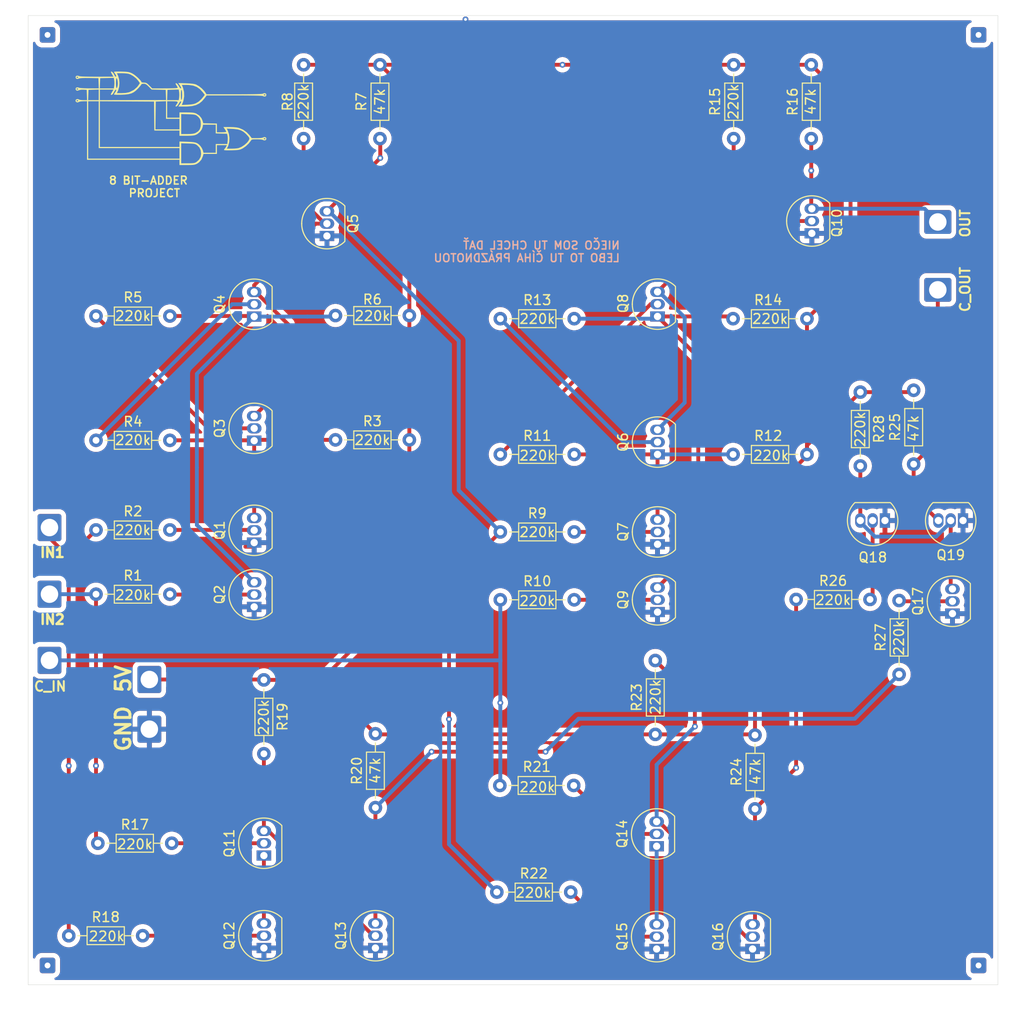
<source format=kicad_pcb>
(kicad_pcb (version 20240108) (generator "pcbnew") (generator_version "8.0")
  (layers (0 "F.Cu" signal "Front") (1 "In1.Cu" signal) (2 "In2.Cu" signal) (31 "B.Cu" signal "Back") (34 "B.Paste" user) (35 "F.Paste" user) (36 "B.SilkS" user "B.Silkscreen") (37 "F.SilkS" user "F.Silkscreen") (38 "B.Mask" user) (39 "F.Mask" user) (44 "Edge.Cuts" user))
  (net 0 "")
  (net 1 "GND")
  (net 2 "Net-(Q1-C)")
  (net 3 "Net-(Q1-B)")
  (net 4 "Net-(Q2-B)")
  (net 5 "Net-(Q2-C)")
  (net 6 "Net-(Q3-C)")
  (net 7 "Net-(Q3-B)")
  (net 8 "Net-(Q4-B)")
  (net 9 "Net-(Q5-C)")
  (net 10 "Net-(Q10-B)")
  (net 11 "Net-(Q6-E)")
  (net 12 "Net-(Q6-B)")
  (net 13 "Net-(Q7-B)")
  (net 14 "Net-(Q8-E)")
  (net 15 "Net-(Q8-B)")
  (net 16 "Net-(Q9-B)")
  (net 17 "Net-(J1-Pin_1)")
  (net 18 "Net-(Q11-E)")
  (net 19 "Net-(Q11-C)")
  (net 20 "Net-(Q11-B)")
  (net 21 "Net-(Q12-B)")
  (net 22 "Net-(Q13-C)")
  (net 23 "Net-(Q14-C)")
  (net 24 "Net-(Q14-B)")
  (net 25 "Net-(Q14-E)")
  (net 26 "Net-(Q15-B)")
  (net 27 "Net-(Q16-C)")
  (net 28 "Net-(Q17-C)")
  (net 29 "Net-(Q17-B)")
  (net 30 "Net-(Q18-B)")
  (net 31 "Net-(J2-Pin_1)")
  (net 32 "Net-(J4-Pin_1)")
  (net 33 "+5V")
  (net 34 "Net-(J6-Pin_1)")
  (net 35 "Net-(J7-Pin_1)")
  (footprint "Resistor_THT:R_Axial_DIN0204_L3.6mm_D1.6mm_P7.62mm_Horizontal" (layer "F.Cu") (at 132.19 118.242)
    (property "Reference" "R26")
    (property "Value" "220k")
  )
  (footprint "Resistor_THT:R_Axial_DIN0204_L3.6mm_D1.6mm_P7.62mm_Horizontal" (layer "F.Cu") (at 101.69 89.2778)
    (property "Reference" "R13")
    (property "Value" "220k")
  )
  (footprint "Connector_Hirose:Hirose_DF63M-1P-3.96DSA_1x01_P3.96mm_Vertical" (layer "F.Cu") (at 65.5 131.625)
    (property "Reference" "J5" (hide yes))
    (property "Value" "Conn_01x01_Pin" (hide yes))
  )
  (footprint "Resistor_THT:R_Axial_DIN0204_L3.6mm_D1.6mm_P7.62mm_Horizontal" (layer "F.Cu") (at 144.31 104.282 90)
    (property "Reference" "R25")
    (property "Value" "47k")
  )
  (footprint "Package_TO_SOT_THT:TO-92_Inline" (layer "F.Cu") (at 77.31 154.202 90)
    (property "Reference" "Q12")
    (property "Value" "2N3904")
  )
  (footprint "Resistor_THT:R_Axial_DIN0204_L3.6mm_D1.6mm_P7.62mm_Horizontal" (layer "F.Cu") (at 125.69 103.2778)
    (property "Reference" "R12")
    (property "Value" "220k")
  )
  (footprint "Resistor_THT:R_Axial_DIN0204_L3.6mm_D1.6mm_P7.62mm_Horizontal" (layer "F.Cu") (at 60 111.0726)
    (property "Reference" "R2")
    (property "Value" "220k")
  )
  (footprint "Package_TO_SOT_THT:TO-92_Inline" (layer "F.Cu") (at 117.81 154.3 90)
    (property "Reference" "Q15")
    (property "Value" "2N3904")
  )
  (footprint "Package_TO_SOT_THT:TO-92_Inline" (layer "F.Cu") (at 117.9 103.2778 90)
    (property "Reference" "Q6")
    (property "Value" "2N3904")
  )
  (footprint "Package_TO_SOT_THT:TO-92_Inline" (layer "F.Cu") (at 77.31 144.662 90)
    (property "Reference" "Q11")
    (property "Value" "2N3904")
  )
  (footprint "Resistor_THT:R_Axial_DIN0204_L3.6mm_D1.6mm_P7.62mm_Horizontal" (layer "F.Cu") (at 142.81 125.972 90)
    (property "Reference" "R27")
    (property "Value" "220k")
  )
  (footprint "Resistor_THT:R_Axial_DIN0204_L3.6mm_D1.6mm_P7.62mm_Horizontal" (layer "F.Cu") (at 60.19 143.392)
    (property "Reference" "R17")
    (property "Value" "220k")
  )
  (footprint "Package_TO_SOT_THT:TO-92_Inline" (layer "F.Cu") (at 117.9 119.5478 90)
    (property "Reference" "Q9")
    (property "Value" "2N3904")
  )
  (footprint "Resistor_THT:R_Axial_DIN0204_L3.6mm_D1.6mm_P7.62mm_Horizontal" (layer "F.Cu") (at 133.75 70.702 90)
    (property "Reference" "R16")
    (property "Value" "47k")
  )
  (footprint "Resistor_THT:R_Axial_DIN0204_L3.6mm_D1.6mm_P7.62mm_Horizontal" (layer "F.Cu") (at 101.69 111.2778)
    (property "Reference" "R9")
    (property "Value" "220k")
  )
  (footprint "Connector_Hirose:Hirose_DF63M-1P-3.96DSA_1x01_P3.96mm_Vertical" (layer "F.Cu") (at 146.8 79.3 90)
    (property "Reference" "J4" (hide yes))
    (property "Value" "Conn_01x01_Pin" (hide yes))
  )
  (footprint "Package_TO_SOT_THT:TO-92_Inline" (layer "F.Cu") (at 141.35 110.1 180)
    (property "Reference" "Q18")
    (property "Value" "2N3904")
  )
  (footprint "Resistor_THT:R_Axial_DIN0204_L3.6mm_D1.6mm_P7.62mm_Horizontal" (layer "F.Cu") (at 101.33 148.432)
    (property "Reference" "R22")
    (property "Value" "220k")
  )
  (footprint "Resistor_THT:R_Axial_DIN0204_L3.6mm_D1.6mm_P7.62mm_Horizontal" (layer "F.Cu") (at 88.81 139.72 90)
    (property "Reference" "R20")
    (property "Value" "47k")
  )
  (footprint "Resistor_THT:R_Axial_DIN0204_L3.6mm_D1.6mm_P7.62mm_Horizontal" (layer "F.Cu") (at 89.281 70.702 90)
    (property "Reference" "R7")
    (property "Value" "47k")
  )
  (footprint "Resistor_THT:R_Axial_DIN0204_L3.6mm_D1.6mm_P7.62mm_Horizontal" (layer "F.Cu") (at 117.67 132.162 90)
    (property "Reference" "R23")
    (property "Value" "220k")
  )
  (footprint "Connector_Wire:SolderWire-0.1sqmm_1x01_D0.4mm_OD1mm" (layer "F.Cu") (at 55 60)
    (property "Reference" "REF**" (hide yes))
    (property "Value" "SolderWire-0.1sqmm_1x01_D0.4mm_OD1mm" (hide yes))
  )
  (footprint "Resistor_THT:R_Axial_DIN0204_L3.6mm_D1.6mm_P7.62mm_Horizontal" (layer "F.Cu") (at 60 101.827)
    (property "Reference" "R4")
    (property "Value" "220k")
  )
  (footprint "Package_TO_SOT_THT:TO-92_Inline" (layer "F.Cu") (at 117.81 143.702 90)
    (property "Reference" "Q14")
    (property "Value" "2N3904")
  )
  (footprint "Package_TO_SOT_THT:TO-92_Inline" (layer "F.Cu") (at 76.31 101.8622 90)
    (property "Reference" "Q3")
    (property "Value" "2N3904")
  )
  (footprint "Connector_Hirose:Hirose_DF63M-1P-3.96DSA_1x01_P3.96mm_Vertical" (layer "F.Cu") (at 55.2 117.7)
    (property "Reference" "J2" (hide yes))
    (property "Value" "Conn_01x01_Pin" (hide yes))
  )
  (footprint "Resistor_THT:R_Axial_DIN0204_L3.6mm_D1.6mm_P7.62mm_Horizontal" (layer "F.Cu") (at 127.95 139.852 90)
    (property "Reference" "R24")
    (property "Value" "47k")
  )
  (footprint "Resistor_THT:R_Axial_DIN0204_L3.6mm_D1.6mm_P7.62mm_Horizontal" (layer "F.Cu") (at 138.81 96.852 -90)
    (property "Reference" "R28")
    (property "Value" "220k")
  )
  (footprint "Package_TO_SOT_THT:TO-92_Inline" (layer "F.Cu") (at 117.9 89.0478 90)
    (property "Reference" "Q8")
    (property "Value" "2N3904")
  )
  (footprint "Package_TO_SOT_THT:TO-92_Inline" (layer "F.Cu") (at 76.31 119.0072 90)
    (property "Reference" "Q2")
    (property "Value" "2N3904")
  )
  (footprint "Package_TO_SOT_THT:TO-92_Inline" (layer "F.Cu") (at 149.4 110.1 180)
    (property "Reference" "Q19")
    (property "Value" "2N3904")
  )
  (footprint "Connector_Hirose:Hirose_DF63M-1P-3.96DSA_1x01_P3.96mm_Vertical" (layer "F.Cu") (at 55.2 124.525)
    (property "Reference" "J6" (hide yes))
    (property "Value" "Conn_01x01_Pin" (hide yes))
  )
  (footprint "Resistor_THT:R_Axial_DIN0204_L3.6mm_D1.6mm_P7.62mm_Horizontal" (layer "F.Cu") (at 84.69 101.7778)
    (property "Reference" "R3")
    (property "Value" "220k")
  )
  (footprint "Resistor_THT:R_Axial_DIN0204_L3.6mm_D1.6mm_P7.62mm_Horizontal" (layer "F.Cu") (at 60 89)
    (property "Reference" "R5")
    (property "Value" "220k")
  )
  (footprint "Resistor_THT:R_Axial_DIN0204_L3.6mm_D1.6mm_P7.62mm_Horizontal" (layer "F.Cu") (at 101.69 103.2778)
    (property "Reference" "R11")
    (property "Value" "220k")
  )
  (footprint "Connector_Wire:SolderWire-0.1sqmm_1x01_D0.4mm_OD1mm" (layer "F.Cu") (at 151 60)
    (property "Reference" "REF**" (hide yes))
    (property "Value" "SolderWire-0.1sqmm_1x01_D0.4mm_OD1mm" (hide yes))
  )
  (footprint "Package_TO_SOT_THT:TO-92_Inline" (layer "F.Cu") (at 127.7 154.3 90)
    (property "Reference" "Q16")
    (property "Value" "2N3904")
  )
  (footprint "Resistor_THT:R_Axial_DIN0204_L3.6mm_D1.6mm_P7.62mm_Horizontal" (layer "F.Cu") (at 101.69 118.2778)
    (property "Reference" "R10")
    (property "Value" "220k")
  )
  (footprint "LOGO" (layer "F.Cu") (at 67.7 68.6)
    (property "Reference" "G***" (hide yes))
    (property "Value" "LOGO" (hide yes))
  )
  (footprint "Package_TO_SOT_THT:TO-92_Inline" (layer "F.Cu") (at 76.31 112.3778 90)
    (property "Reference" "Q1")
    (property "Value" "2N3904")
  )
  (footprint "Package_TO_SOT_THT:TO-92_Inline" (layer "F.Cu") (at 83.81 80.742 90)
    (property "Reference" "Q5")
    (property "Value" "2N3904")
  )
  (footprint "Connector_Hirose:Hirose_DF63M-1P-3.96DSA_1x01_P3.96mm_Vertical" (layer "F.Cu") (at 146.8 86.3 90)
    (property "Reference" "J7" (hide yes))
    (property "Value" "Conn_01x01_Pin" (hide yes))
  )
  (footprint "Connector_Hirose:Hirose_DF63M-1P-3.96DSA_1x01_P3.96mm_Vertical" (layer "F.Cu") (at 55.2 110.825)
    (property "Reference" "J1" (hide yes))
    (property "Value" "Conn_01x01_Pin" (hide yes))
  )
  (footprint "Connector_Wire:SolderWire-0.1sqmm_1x01_D0.4mm_OD1mm" (layer "F.Cu") (at 55 156)
    (property "Reference" "REF**" (hide yes))
    (property "Value" "SolderWire-0.1sqmm_1x01_D0.4mm_OD1mm" (hide yes))
  )
  (footprint "Package_TO_SOT_THT:TO-92_Inline" (layer "F.Cu") (at 133.81 80.472 90)
    (property "Reference" "Q10")
    (property "Value" "2N3904")
  )
  (footprint "Resistor_THT:R_Axial_DIN0204_L3.6mm_D1.6mm_P7.62mm_Horizontal" (layer "F.Cu") (at 81.4054 70.702 90)
    (property "Reference" "R8")
    (property "Value" "220k")
  )
  (footprint "Connector_Hirose:Hirose_DF63M-1P-3.96DSA_1x01_P3.96mm_Vertical" (layer "F.Cu") (at 65.5 126.5)
    (property "Reference" "J3" (hide yes))
    (property "Value" "Conn_01x01_Pin")
  )
  (footprint "Package_TO_SOT_THT:TO-92_Inline" (layer "F.Cu") (at 148.31 119.702 90)
    (property "Reference" "Q17")
    (property "Value" "2N3904")
  )
  (footprint "Connector_Wire:SolderWire-0.1sqmm_1x01_D0.4mm_OD1mm" (layer "F.Cu") (at 151 156)
    (property "Reference" "REF**" (hide yes))
    (property "Value" "SolderWire-0.1sqmm_1x01_D0.4mm_OD1mm" (hide yes))
  )
  (footprint "Resistor_THT:R_Axial_DIN0204_L3.6mm_D1.6mm_P7.62mm_Horizontal" (layer "F.Cu") (at 77.31 126.542 -90)
    (property "Reference" "R19")
    (property "Value" "220k")
  )
  (footprint "Resistor_THT:R_Axial_DIN0204_L3.6mm_D1.6mm_P7.62mm_Horizontal" (layer "F.Cu") (at 125.75 70.702 90)
    (property "Reference" "R15")
    (property "Value" "220k")
  )
  (footprint "Resistor_THT:R_Axial_DIN0204_L3.6mm_D1.6mm_P7.62mm_Horizontal" (layer "F.Cu") (at 101.64 137.432)
    (property "Reference" "R21")
    (property "Value" "220k")
  )
  (footprint "Resistor_THT:R_Axial_DIN0204_L3.6mm_D1.6mm_P7.62mm_Horizontal" (layer "F.Cu") (at 125.69 89.2778)
    (property "Reference" "R14")
    (property "Value" "220k")
  )
  (footprint "Resistor_THT:R_Axial_DIN0204_L3.6mm_D1.6mm_P7.62mm_Horizontal" (layer "F.Cu") (at 57.19 152.932)
    (property "Reference" "R18")
    (property "Value" "220k")
  )
  (footprint "Package_TO_SOT_THT:TO-92_Inline" (layer "F.Cu") (at 76.31 89.0606 90)
    (property "Reference" "Q4")
    (property "Value" "2N3904")
  )
  (footprint "Resistor_THT:R_Axial_DIN0204_L3.6mm_D1.6mm_P7.62mm_Horizontal" (layer "F.Cu") (at 60 117.702)
    (property "Reference" "R1")
    (property "Value" "220k")
  )
  (footprint "Package_TO_SOT_THT:TO-92_Inline" (layer "F.Cu") (at 117.9 112.5478 90)
    (property "Reference" "Q7")
    (property "Value" "2N3904")
  )
  (footprint "Package_TO_SOT_THT:TO-92_Inline" (layer "F.Cu") (at 88.81 154.202 90)
    (property "Reference" "Q13")
    (property "Value" "2N3904")
  )
  (footprint "Resistor_THT:R_Axial_DIN0204_L3.6mm_D1.6mm_P7.62mm_Horizontal" (layer "F.Cu") (at 84.69 88.9508)
    (property "Reference" "R6")
    (property "Value" "220k")
  )
  (gr_rect (start 53 58) (end 153 158) (stroke (width 0.0381)) (fill none) (layer "Edge.Cuts"))
  (gr_text "8-BIT ADDER BY RENO" (at 149.8854 154.5082 90) (layer "F.Cu") (effects (font (size 1.524 1.524) (thickness 0.3048) (bold yes)) (justify left bottom)))
  (gr_text "NIEČO SOM TU CHCEL DAŤ\nLEBO TO TU ČÍHA PRÁZDNOTOU" (at 114.1 83.5 0) (layer "B.SilkS") (effects (font (size 0.8128 0.8128) (thickness 0.1524) (bold yes)) (justify left bottom mirror)))
  (gr_text "IN1" (at 54.1 114 0) (layer "F.SilkS") (effects (font (size 1 1) (thickness 0.25) (bold yes)) (justify left bottom)))
  (gr_text "8 BIT-ADDER\n  PROJECT" (at 65.4 76.8 0) (layer "F.SilkS") (effects (font (size 0.8128 0.8128) (thickness 0.1524) (bold yes)) (justify bottom)))
  (gr_text "OUT" (at 150.2 81 90) (layer "F.SilkS") (effects (font (size 1 1) (thickness 0.2) (bold yes)) (justify left bottom)))
  (gr_text "IN2" (at 54.1 120.9 0) (layer "F.SilkS") (effects (font (size 1 1) (thickness 0.25) (bold yes)) (justify left bottom)))
  (gr_text "5V" (at 63.7 128 90) (layer "F.SilkS") (effects (font (size 1.524 1.524) (thickness 0.3048) (bold yes)) (justify left bottom)))
  (gr_text "C_OUT" (at 150.2 88.7 90) (layer "F.SilkS") (effects (font (size 1 1) (thickness 0.2) (bold yes)) (justify left bottom)))
  (gr_text "C_IN\n" (at 53.5 127.8 0) (layer "F.SilkS") (effects (font (size 1 1) (thickness 0.2) (bold yes)) (justify left bottom)))
  (gr_text "GND" (at 63.7 134.1 90) (layer "F.SilkS") (effects (font (size 1.524 1.524) (thickness 0.3048) (bold yes)) (justify left bottom)))
  (segment (start 83.81 80.742) (end 83.663 80.889) (width 0.4) (layer "F.Cu") (net 1))
  (segment (start 76.04771 112.8) (end 75.4 112.8) (width 0.4) (layer "F.Cu") (net 1))
  (segment (start 117.712 154.202) (end 117.81 154.3) (width 0.4) (layer "F.Cu") (net 1))
  (segment (start 148.46991 119.702) (end 148.31 119.702) (width 0.4) (layer "F.Cu") (net 1))
  (segment (start 76.31 119.0072) (end 76.535 119.0072) (width 0.4) (layer "F.Cu") (net 1))
  (via (at 98.1 58.4) (size 0.6) (drill 0.3) (layers "F.Cu" "B.Cu") (net 1))
  (segment (start 148.46991 119.702) (end 148.31 119.702) (width 0.4) (layer "B.Cu") (net 1))
  (segment (start 141.35 110.25991) (end 141.35 110.1) (width 0.4) (layer "B.Cu") (net 1))
  (segment (start 117.9 112.5478) (end 117.9022 112.55) (width 0.4) (layer "B.Cu") (net 1))
  (segment (start 149.4 110.25991) (end 149.4 110.1) (width 0.4) (layer "B.Cu") (net 1))
  (segment (start 84.69 101.7778) (end 80 101.7778) (width 0.4) (layer "F.Cu") (net 2))
  (segment (start 76.3944 101.7778) (end 76.31 101.8622) (width 0.4) (layer "F.Cu") (net 2))
  (segment (start 72 101.827) (end 76.2748 101.827) (width 0.4) (layer "F.Cu") (net 2))
  (segment (start 80 101.7778) (end 76.3944 101.7778) (width 0.4) (layer "F.Cu") (net 2))
  (segment (start 76.31 101.8622) (end 76.31 109.8378) (width 0.4) (layer "F.Cu") (net 2))
  (segment (start 76.2748 101.827) (end 76.31 101.8622) (width 0.4) (layer "F.Cu") (net 2))
  (segment (start 67.62 101.827) (end 72 101.827) (width 0.4) (layer "F.Cu") (net 2))
  (segment (start 76.2748 111.0726) (end 76.31 111.1078) (width 0.4) (layer "F.Cu") (net 3))
  (segment (start 67.62 111.0726) (end 73.152 111.0726) (width 0.4) (layer "F.Cu") (net 3))
  (segment (start 73.152 111.0726) (end 76.2748 111.0726) (width 0.4) (layer "F.Cu") (net 3))
  (segment (start 76.31 117.7372) (end 71.628 117.7372) (width 0.4) (layer "F.Cu") (net 4))
  (segment (start 67.6552 117.7372) (end 67.62 117.702) (width 0.4) (layer "F.Cu") (net 4))
  (segment (start 71.628 117.7372) (end 67.6552 117.7372) (width 0.4) (layer "F.Cu") (net 4))
  (segment (start 70.612 89) (end 76.2494 89) (width 0.4) (layer "F.Cu") (net 5))
  (segment (start 76.2494 89) (end 76.31 89.0606) (width 0.4) (layer "F.Cu") (net 5))
  (segment (start 67.62 89) (end 70.612 89) (width 0.4) (layer "F.Cu") (net 5))
  (segment (start 70.4 94.9706) (end 70.4 104.648) (width 0.4) (layer "B.Cu") (net 5))
  (segment (start 84.5802 89.0606) (end 84.69 88.9508) (width 0.4) (layer "B.Cu") (net 5))
  (segment (start 76.31 89.0606) (end 81.788 89.0606) (width 0.4) (layer "B.Cu") (net 5))
  (segment (start 76.31 89.0606) (end 73.5413 91.8293) (width 0.4) (layer "B.Cu") (net 5))
  (segment (start 70.4 104.648) (end 70.4 110.5572) (width 0.4) (layer "B.Cu") (net 5))
  (segment (start 81.788 89.0606) (end 84.5802 89.0606) (width 0.4) (layer "B.Cu") (net 5))
  (segment (start 73.5413 91.8293) (end 70.4 94.9706) (width 0.4) (layer "B.Cu") (net 5))
  (segment (start 70.4 110.5572) (end 76.31 116.4672) (width 0.4) (layer "B.Cu") (net 5))
  (segment (start 83.585 79.472) (end 83.81 79.472) (width 0.4) (layer "F.Cu") (net 6))
  (segment (start 79.8 95.8322) (end 76.31 99.3222) (width 0.4) (layer "F.Cu") (net 6))
  (segment (start 76.46991 86.5206) (end 79.8 89.85069) (width 0.4) (layer "F.Cu") (net 6))
  (segment (start 79.8 93.472) (end 79.8 95.8322) (width 0.4) (layer "F.Cu") (net 6))
  (segment (start 80.05 82.082) (end 76.31 85.822) (width 0.4) (layer "F.Cu") (net 6))
  (segment (start 76.31 86.5206) (end 76.46991 86.5206) (width 0.4) (layer "F.Cu") (net 6))
  (segment (start 79.8 89.85069) (end 79.8 93.472) (width 0.4) (layer "F.Cu") (net 6))
  (segment (start 81.4054 74.676) (end 81.4054 77.2924) (width 0.4) (layer "F.Cu") (net 6))
  (segment (start 81.4054 77.2924) (end 83.585 79.472) (width 0.4) (layer "F.Cu") (net 6))
  (segment (start 83.81 79.472) (end 82.66 79.472) (width 0.4) (layer "F.Cu") (net 6))
  (segment (start 81.4054 70.702) (end 81.4054 74.676) (width 0.4) (layer "F.Cu") (net 6))
  (segment (start 82.66 79.472) (end 80.05 82.082) (width 0.4) (layer "F.Cu") (net 6))
  (segment (start 76.31 85.822) (end 76.31 86.5206) (width 0.4) (layer "F.Cu") (net 6))
  (segment (start 60 89) (end 68.812 97.812) (width 0.4) (layer "F.Cu") (net 7))
  (segment (start 68.812 97.812) (end 71.5922 100.5922) (width 0.4) (layer "F.Cu") (net 7))
  (segment (start 71.5922 100.5922) (end 76.31 100.5922) (width 0.4) (layer "F.Cu") (net 7))
  (segment (start 74.0364 87.7906) (end 70.2455 91.5815) (width 0.4) (layer "B.Cu") (net 8))
  (segment (start 76.31 87.7906) (end 74.0364 87.7906) (width 0.4) (layer "B.Cu") (net 8))
  (segment (start 70.2455 91.5815) (end 60 101.827) (width 0.4) (layer "B.Cu") (net 8))
  (segment (start 96.4 116.5678) (end 96.4 130.6) (width 0.4) (layer "F.Cu") (net 9))
  (segment (start 89.31 72.702) (end 87.356 74.656) (width 0.4) (layer "F.Cu") (net 9))
  (segment (start 96.4 130.6) (end 96.4 130.5) (width 0.4) (layer "F.Cu") (net 9))
  (segment (start 87.356 74.656) (end 83.81 78.202) (width 0.4) (layer "F.Cu") (net 9))
  (segment (start 89.31 70.702) (end 89.31 72.702) (width 0.4) (layer "F.Cu") (net 9))
  (segment (start 101.69 111.2778) (end 96.4 116.5678) (width 0.4) (layer "F.Cu") (net 9))
  (via (at 89.31 72.702) (size 0.6) (drill 0.3) (layers "F.Cu" "B.Cu") (net 9))
  (via (at 96.4 130.6) (size 0.6) (drill 0.3) (layers "F.Cu" "B.Cu") (net 9))
  (segment (start 89.0225 83.1895) (end 84.035 78.202) (width 0.4) (layer "B.Cu") (net 9))
  (segment (start 96.4 143.502) (end 101.33 148.432) (width 0.4) (layer "B.Cu") (net 9))
  (segment (start 84.035 78.202) (end 83.81 78.202) (width 0.4) (layer "B.Cu") (net 9))
  (segment (start 97.4 106.9878) (end 97.4 91.567) (width 0.4) (layer "B.Cu") (net 9))
  (segment (start 97.4 91.567) (end 89.0225 83.1895) (width 0.4) (layer "B.Cu") (net 9))
  (segment (start 97.5681 107.1559) (end 97.4 106.9878) (width 0.4) (layer "B.Cu") (net 9))
  (segment (start 96.4 130.6) (end 96.4 143.256) (width 0.4) (layer "B.Cu") (net 9))
  (segment (start 101.69 111.2778) (end 97.5681 107.1559) (width 0.4) (layer "B.Cu") (net 9))
  (segment (start 96.4 143.256) (end 96.4 143.502) (width 0.4) (layer "B.Cu") (net 9))
  (segment (start 125.75 75.184) (end 125.75 79.152) (width 0.4) (layer "F.Cu") (net 10))
  (segment (start 117.9 86.5078) (end 125.2058 79.202) (width 0.4) (layer "F.Cu") (net 10))
  (segment (start 125.75 70.702) (end 125.75 75.184) (width 0.4) (layer "F.Cu") (net 10))
  (segment (start 125.75 79.152) (end 125.8 79.202) (width 0.4) (layer "F.Cu") (net 10))
  (segment (start 125.8 79.202) (end 133.81 79.202) (width 0.4) (layer "F.Cu") (net 10))
  (segment (start 125.476 79.202) (end 125.8 79.202) (width 0.4) (layer "F.Cu") (net 10))
  (segment (start 125.2058 79.202) (end 125.476 79.202) (width 0.4) (layer "F.Cu") (net 10))
  (segment (start 117.9 86.5078) (end 118.05991 86.5078) (width 0.4) (layer "B.Cu") (net 10))
  (segment (start 120.7 96.52) (end 120.7 97.9378) (width 0.4) (layer "B.Cu") (net 10))
  (segment (start 118.05991 86.5078) (end 120.7 89.14789) (width 0.4) (layer "B.Cu") (net 10))
  (segment (start 120.7 97.9378) (end 117.9 100.7378) (width 0.4) (layer "B.Cu") (net 10))
  (segment (start 120.7 89.14789) (end 120.7 96.52) (width 0.4) (layer "B.Cu") (net 10))
  (segment (start 109.31 103.2778) (end 113 103.2778) (width 0.4) (layer "F.Cu") (net 11))
  (segment (start 113 103.2778) (end 117.9 103.2778) (width 0.4) (layer "F.Cu") (net 11))
  (segment (start 117.9 110.0078) (end 117.9 103.2778) (width 0.4) (layer "F.Cu") (net 11))
  (segment (start 125.69 103.2778) (end 117.9 103.2778) (width 0.4) (layer "B.Cu") (net 11))
  (segment (start 114.42 102.0078) (end 117.9 102.0078) (width 0.4) (layer "B.Cu") (net 12))
  (segment (start 106.7901 94.3779) (end 114.42 102.0078) (width 0.4) (layer "B.Cu") (net 12))
  (segment (start 101.69 89.2778) (end 106.7901 94.3779) (width 0.4) (layer "B.Cu") (net 12))
  (segment (start 113 111.2778) (end 109.31 111.2778) (width 0.4) (layer "F.Cu") (net 13))
  (segment (start 117.9 111.2778) (end 113 111.2778) (width 0.4) (layer "F.Cu") (net 13))
  (segment (start 122.1 112.8078) (end 117.9 117.0078) (width 0.4) (layer "F.Cu") (net 14))
  (segment (start 117.9 89.0478) (end 122.936 89.0478) (width 0.4) (layer "F.Cu") (net 14))
  (segment (start 125.46 89.0478) (end 125.69 89.2778) (width 0.4) (layer "F.Cu") (net 14))
  (segment (start 122.936 89.0478) (end 125.46 89.0478) (width 0.4) (layer "F.Cu") (net 14))
  (segment (start 122.1 93.2478) (end 122.1 112.8078) (width 0.4) (layer "F.Cu") (net 14))
  (segment (start 117.9 89.0478) (end 122.1 93.2478) (width 0.4) (layer "F.Cu") (net 14))
  (segment (start 117.67 89.2778) (end 117.9 89.0478) (width 0.4) (layer "B.Cu") (net 14))
  (segment (start 109.31 89.2778) (end 113.284 89.2778) (width 0.4) (layer "B.Cu") (net 14))
  (segment (start 113.284 89.2778) (end 117.67 89.2778) (width 0.4) (layer "B.Cu") (net 14))
  (segment (start 101.69 103.2778) (end 112.8979 92.0699) (width 0.4) (layer "F.Cu") (net 15))
  (segment (start 112.8979 92.0699) (end 117.19 87.7778) (width 0.4) (layer "F.Cu") (net 15))
  (segment (start 117.19 87.7778) (end 117.9 87.7778) (width 0.4) (layer "F.Cu") (net 15))
  (segment (start 109.31 118.2778) (end 113 118.2778) (width 0.4) (layer "F.Cu") (net 16))
  (segment (start 113 118.2778) (end 117.9 118.2778) (width 0.4) (layer "F.Cu") (net 16))
  (segment (start 55.1 110.825) (end 55.1 111.7926) (width 0.4) (layer "F.Cu") (net 17))
  (segment (start 60 111.0726) (end 57.19 113.8826) (width 0.4) (layer "F.Cu") (net 17))
  (segment (start 57.19 123.444) (end 57.19 135.4) (width 0.4) (layer "F.Cu") (net 17))
  (segment (start 57.19 135.4) (end 57.19 152.932) (width 0.4) (layer "F.Cu") (net 17))
  (segment (start 55.1 111.7926) (end 57.19 113.8826) (width 0.4) (layer "F.Cu") (net 17))
  (segment (start 57.19 113.8826) (end 57.19 123.444) (width 0.4) (layer "F.Cu") (net 17))
  (via (at 57.19 135.4) (size 0.6) (drill 0.3) (layers "F.Cu" "B.Cu") (net 17))
  (segment (start 77.31 144.662) (end 77.31 151.662) (width 0.4) (layer "F.Cu") (net 18))
  (segment (start 77.31 134.162) (end 77.31 137.668) (width 0.4) (layer "F.Cu") (net 19))
  (segment (start 83.6505 147.9975) (end 77.775 142.122) (width 0.4) (layer "F.Cu") (net 19))
  (segment (start 77.775 142.122) (end 77.31 142.122) (width 0.4) (layer "F.Cu") (net 19))
  (segment (start 88.585 152.932) (end 83.6505 147.9975) (width 0.4) (layer "F.Cu") (net 19))
  (segment (start 88.81 152.932) (end 88.585 152.932) (width 0.4) (layer "F.Cu") (net 19))
  (segment (start 77.31 137.668) (end 77.31 142.122) (width 0.4) (layer "F.Cu") (net 19))
  (segment (start 70.612 143.392) (end 77.31 143.392) (width 0.4) (layer "F.Cu") (net 20))
  (segment (start 67.81 143.392) (end 70.612 143.392) (width 0.4) (layer "F.Cu") (net 20))
  (segment (start 70.612 152.932) (end 77.31 152.932) (width 0.4) (layer "F.Cu") (net 21))
  (segment (start 64.81 152.932) (end 70.612 152.932) (width 0.4) (layer "F.Cu") (net 21))
  (segment (start 88.81 145.796) (end 88.81 151.662) (width 0.4) (layer "F.Cu") (net 22))
  (segment (start 88.81 139.72) (end 88.81 145.796) (width 0.4) (layer "F.Cu") (net 22))
  (segment (start 94.6 133.95) (end 106.35 133.95) (width 0.4) (layer "F.Cu") (net 22))
  (via (at 106.35 133.95) (size 0.6) (drill 0.3) (layers "F.Cu" "B.Cu") (net 22))
  (via (at 94.6 133.95) (size 0.6) (drill 0.3) (layers "F.Cu" "B.Cu") (net 22))
  (segment (start 94.58 133.95) (end 94.6 133.95) (width 0.4) (layer "B.Cu") (net 22))
  (segment (start 109.736 130.564) (end 109.75 130.55) (width 0.4) (layer "B.Cu") (net 22))
  (segment (start 138.232 130.55) (end 138.455 130.327) (width 0.4) (layer "B.Cu") (net 22))
  (segment (start 88.81 139.72) (end 94.58 133.95) (width 0.4) (layer "B.Cu") (net 22))
  (segment (start 106.35 133.95) (end 109.736 130.564) (width 0.4) (layer "B.Cu") (net 22))
  (segment (start 109.75 130.55) (end 138.232 130.55) (width 0.4) (layer "B.Cu") (net 22))
  (segment (start 138.455 130.327) (end 142.81 125.972) (width 0.4) (layer "B.Cu") (net 22))
  (segment (start 123.80329 149.80329) (end 127.03 153.03) (width 0.4) (layer "F.Cu") (net 23))
  (segment (start 127.03 153.03) (end 127.7 153.03) (width 0.4) (layer "F.Cu") (net 23))
  (segment (start 121.75 128.622) (end 117.67 124.542) (width 0.4) (layer "F.Cu") (net 23))
  (segment (start 123.80329 147.32) (end 123.80329 149.80329) (width 0.4) (layer "F.Cu") (net 23))
  (segment (start 123.80329 146.93029) (end 123.80329 147.32) (width 0.4) (layer "F.Cu") (net 23))
  (segment (start 117.81 141.162) (end 118.035 141.162) (width 0.4) (layer "F.Cu") (net 23))
  (segment (start 118.035 141.162) (end 123.80329 146.93029) (width 0.4) (layer "F.Cu") (net 23))
  (segment (start 121.75 131.35) (end 121.75 128.622) (width 0.4) (layer "F.Cu") (net 23))
  (via (at 121.75 131.35) (size 0.6) (drill 0.3) (layers "F.Cu" "B.Cu") (net 23))
  (segment (start 117.81 135.29) (end 121.75 131.35) (width 0.4) (layer "B.Cu") (net 23))
  (segment (start 117.81 141.162) (end 117.81 135.29) (width 0.4) (layer "B.Cu") (net 23))
  (segment (start 109.26 137.432) (end 114.26 142.432) (width 0.4) (layer "F.Cu") (net 24))
  (segment (start 114.26 142.432) (end 117.81 142.432) (width 0.4) (layer "F.Cu") (net 24))
  (segment (start 117.81 143.702) (end 117.81 151.76) (width 0.4) (layer "B.Cu") (net 25))
  (segment (start 113.548 153.03) (end 117.81 153.03) (width 0.4) (layer "F.Cu") (net 26))
  (segment (start 108.95 148.432) (end 113.355 152.837) (width 0.4) (layer "F.Cu") (net 26))
  (segment (start 113.355 152.837) (end 113.548 153.03) (width 0.4) (layer "F.Cu") (net 26))
  (segment (start 132.19 118.242) (end 132.19 135.612) (width 0.4) (layer "F.Cu") (net 27))
  (segment (start 127.95 139.852) (end 127.95 147.32) (width 0.4) (layer "F.Cu") (net 27))
  (segment (start 127.95 147.32) (end 127.95 151.51) (width 0.4) (layer "F.Cu") (net 27))
  (segment (start 132.123 135.679) (end 127.95 139.852) (width 0.4) (layer "F.Cu") (net 27))
  (segment (start 132.19 135.612) (end 132.123 135.679) (width 0.4) (layer "F.Cu") (net 27))
  (segment (start 127.95 151.51) (end 127.7 151.76) (width 0.4) (layer "F.Cu") (net 27))
  (via (at 132.19 135.612) (size 0.6) (drill 0.3) (layers "F.Cu" "B.Cu") (net 27))
  (segment (start 148.13 114.808) (end 148.13 116.982) (width 0.4) (layer "F.Cu") (net 28))
  (segment (start 148.13 116.982) (end 148.31 117.162) (width 0.4) (layer "F.Cu") (net 28))
  (segment (start 148.13 110.1) (end 148.13 114.808) (width 0.4) (layer "F.Cu") (net 28))
  (segment (start 138.81 104.472) (end 138.81 110.1) (width 0.4) (layer "F.Cu") (net 28))
  (segment (start 140.31009 111.76) (end 143.764 111.76) (width 0.4) (layer "B.Cu") (net 28))
  (segment (start 146.62991 111.76) (end 148.13 110.25991) (width 0.4) (layer "B.Cu") (net 28))
  (segment (start 138.81 110.1) (end 138.81 110.25991) (width 0.4) (layer "B.Cu") (net 28))
  (segment (start 138.81 110.25991) (end 140.31009 111.76) (width 0.4) (layer "B.Cu") (net 28))
  (segment (start 143.764 111.76) (end 146.62991 111.76) (width 0.4) (layer "B.Cu") (net 28))
  (segment (start 148.13 110.25991) (end 148.13 110.1) (width 0.4) (layer "B.Cu") (net 28))
  (segment (start 144.78 118.432) (end 142.89 118.432) (width 0.4) (layer "F.Cu") (net 29))
  (segment (start 142.89 118.432) (end 142.81 118.352) (width 0.4) (layer "F.Cu") (net 29))
  (segment (start 148.31 118.432) (end 144.78 118.432) (width 0.4) (layer "F.Cu") (net 29))
  (segment (start 140.08 114.808) (end 140.08 117.972) (width 0.4) (layer "F.Cu") (net 30))
  (segment (start 140.08 117.972) (end 139.81 118.242) (width 0.4) (layer "F.Cu") (net 30))
  (segment (start 140.08 110.1) (end 140.08 114.808) (width 0.4) (layer "F.Cu") (net 30))
  (segment (start 60 117.702) (end 60 123.444) (width 0.4) (layer "F.Cu") (net 31))
  (segment (start 60 123.444) (end 60 135.4) (width 0.4) (layer "F.Cu") (net 31))
  (segment (start 60 135.4) (end 60 143.202) (width 0.4) (layer "F.Cu") (net 31))
  (segment (start 60 143.202) (end 60.19 143.392) (width 0.4) (layer "F.Cu") (net 31))
  (via (at 60 135.4) (size 0.6) (drill 0.3) (layers "F.Cu" "B.Cu") (net 31))
  (segment (start 59.998 117.7) (end 60 117.702) (width 0.4) (layer "B.Cu") (net 31))
  (segment (start 55.2 117.7) (end 59.998 117.7) (width 0.4) (layer "B.Cu") (net 31))
  (segment (start 133.75 70.702) (end 133.75 74) (width 0.4) (layer "F.Cu") (net 32))
  (segment (start 133.75 77.872) (end 133.81 77.932) (width 0.4) (layer "F.Cu") (net 32))
  (segment (start 133.75 74) (end 133.75 75.184) (width 0.4) (layer "F.Cu") (net 32))
  (segment (start 133.75 75.184) (end 133.75 77.872) (width 0.4) (layer "F.Cu") (net 32))
  (via (at 133.75 74) (size 0.6) (drill 0.3) (layers "F.Cu" "B.Cu") (net 32))
  (segment (start 133.81 77.932) (end 145.432 77.932) (width 0.4) (layer "B.Cu") (net 32))
  (segment (start 145.432 77.932) (end 146.8 79.3) (width 0.4) (layer "B.Cu") (net 32))
  (segment (start 77.31 126.542) (end 83.252 126.542) (width 0.4) (layer "F.Cu") (net 33))
  (segment (start 83.307 126.487) (end 83.252 126.542) (width 0.4) (layer "F.Cu") (net 33))
  (segment (start 95.7 63.082) (end 108.1 63.082) (width 0.4) (layer "F.Cu") (net 33))
  (segment (start 133.31 103.2778) (end 133.31 103.41) (width 0.4) (layer "F.Cu") (net 33))
  (segment (start 141.732 96.852) (end 144.12 96.852) (width 0.4) (layer "F.Cu") (net 33))
  (segment (start 81.4054 63.082) (end 85.344 63.082) (width 0.4) (layer "F.Cu") (net 33))
  (segment (start 137.8 69.088) (end 137.8 84.7878) (width 0.4) (layer "F.Cu") (net 33))
  (segment (start 138.81 96.852) (end 141.732 96.852) (width 0.4) (layer "F.Cu") (net 33))
  (segment (start 133.75 63.082) (end 130.048 63.082) (width 0.4) (layer "F.Cu") (net 33))
  (segment (start 92.31 88.9508) (end 92.31 94.996) (width 0.4) (layer "F.Cu") (net 33))
  (segment (start 133.31 102.352) (end 133.31 103.2778) (width 0.4) (layer "F.Cu") (net 33))
  (segment (start 137.8 84.7878) (end 137.7099 84.8779) (width 0.4) (layer "F.Cu") (net 33))
  (segment (start 92.31 117.484) (end 83.307 126.487) (width 0.4) (layer "F.Cu") (net 33))
  (segment (start 92.31 101.7778) (end 92.31 117.348) (width 0.4) (layer "F.Cu") (net 33))
  (segment (start 133.31 89.2778) (end 133.31 94.996) (width 0.4) (layer "F.Cu") (net 33))
  (segment (start 133.31 94.996) (end 133.31 103.2778) (width 0.4) (layer "F.Cu") (net 33))
  (segment (start 92.31 117.348) (end 92.31 117.484) (width 0.4) (layer "F.Cu") (net 33))
  (segment (start 137.7099 84.8779) (end 133.31 89.2778) (width 0.4) (layer "F.Cu") (net 33))
  (segment (start 130.048 63.082) (end 125.75 63.082) (width 0.4) (layer "F.Cu") (net 33))
  (segment (start 85.344 63.082) (end 89.31 63.082) (width 0.4) (layer "F.Cu") (net 33))
  (segment (start 118.05 63.082) (end 125.75 63.082) (width 0.4) (layer "F.Cu") (net 33))
  (segment (start 137.8 67.132) (end 137.8 69.088) (width 0.4) (layer "F.Cu") (net 33))
  (segment (start 127.88 132.162) (end 127.95 132.232) (width 0.4) (layer "F.Cu") (net 33))
  (segment (start 127.95 108.77) (end 127.95 132.232) (width 0.4) (layer "F.Cu") (net 33))
  (segment (start 144.12 96.852) (end 144.31 96.662) (width 0.4) (layer "F.Cu") (net 33))
  (segment (start 89.31 63.082) (end 95.7 63.082) (width 0.4) (layer "F.Cu") (net 33))
  (segment (start 108.1 63.082) (end 118.05 63.082) (width 0.4) (layer "F.Cu") (net 33))
  (segment (start 117.67 132.162) (end 127.88 132.162) (width 0.4) (layer "F.Cu") (net 33))
  (segment (start 92.31 94.996) (end 92.31 101.7778) (width 0.4) (layer "F.Cu") (net 33))
  (segment (start 65.5 126.5) (end 77.268 126.5) (width 0.4) (layer "F.Cu") (net 33))
  (segment (start 128.012 108.708) (end 127.95 108.77) (width 0.4) (layer "F.Cu") (net 33))
  (segment (start 92.31 75.692) (end 92.31 88.9508) (width 0.4) (layer "F.Cu") (net 33))
  (segment (start 133.75 63.082) (end 137.8 67.132) (width 0.4) (layer "F.Cu") (net 33))
  (segment (start 138.81 96.852) (end 133.31 102.352) (width 0.4) (layer "F.Cu") (net 33))
  (segment (start 117.67 132.162) (end 88.872 132.162) (width 0.4) (layer "F.Cu") (net 33))
  (segment (start 133.31 103.41) (end 128.012 108.708) (width 0.4) (layer "F.Cu") (net 33))
  (segment (start 92.31 66.082) (end 92.31 75.692) (width 0.4) (layer "F.Cu") (net 33))
  (segment (start 83.252 126.542) (end 88.81 132.1) (width 0.4) (layer "F.Cu") (net 33))
  (segment (start 88.872 132.162) (end 88.81 132.1) (width 0.4) (layer "F.Cu") (net 33))
  (segment (start 77.268 126.5) (end 77.31 126.542) (width 0.4) (layer "F.Cu") (net 33))
  (segment (start 89.31 63.082) (end 92.31 66.082) (width 0.4) (layer "F.Cu") (net 33))
  (via (at 108.1 63.082) (size 0.6) (drill 0.3) (layers "F.Cu" "B.Cu") (net 33))
  (via (at 101.69 128.9) (size 0.6) (drill 0.3) (layers "F.Cu" "B.Cu") (net 34))
  (segment (start 101.69 124.6) (end 101.69 128.9) (width 0.4) (layer "B.Cu") (net 34))
  (segment (start 101.69 128.9) (end 101.69 137.382) (width 0.4) (layer "B.Cu") (net 34))
  (segment (start 101.615 124.525) (end 101.69 124.6) (width 0.4) (layer "B.Cu") (net 34))
  (segment (start 101.69 137.382) (end 101.64 137.432) (width 0.4) (layer "B.Cu") (net 34))
  (segment (start 101.69 124.46) (end 101.69 124.6) (width 0.4) (layer "B.Cu") (net 34))
  (segment (start 55.2 124.525) (end 101.615 124.525) (width 0.4) (layer "B.Cu") (net 34))
  (segment (start 101.69 118.2778) (end 101.69 124.46) (width 0.4) (layer "B.Cu") (net 34))
  (segment (start 144.364 107.604) (end 146.86 110.1) (width 0.4) (layer "F.Cu") (net 35))
  (segment (start 144.31 104.282) (end 146.8 101.792) (width 0.4) (layer "F.Cu") (net 35))
  (segment (start 144.31 104.282) (end 144.31 107.55) (width 0.4) (layer "F.Cu") (net 35))
  (segment (start 144.31 107.55) (end 144.364 107.604) (width 0.4) (layer "F.Cu") (net 35))
  (segment (start 146.8 101.792) (end 146.8 86.3) (width 0.4) (layer "F.Cu") (net 35))
  (zone (net 1) (net_name "GND") (layers "F&B.Cu") (connect_pads (clearance 0.5)) (min_thickness 0.25) (fill yes (thermal_gap 0.5) (thermal_bridge_width 0.5))
    (polygon (pts (xy 50.3 56.4) (xy 50.3 160.6) (xy 50.5 160.8) (xy 155.2 160.8) (xy 155.7 160.3) (xy 155.7 57.2) (xy 154.9 56.4) (xy 50.1 56.4)))
  )
)
</source>
